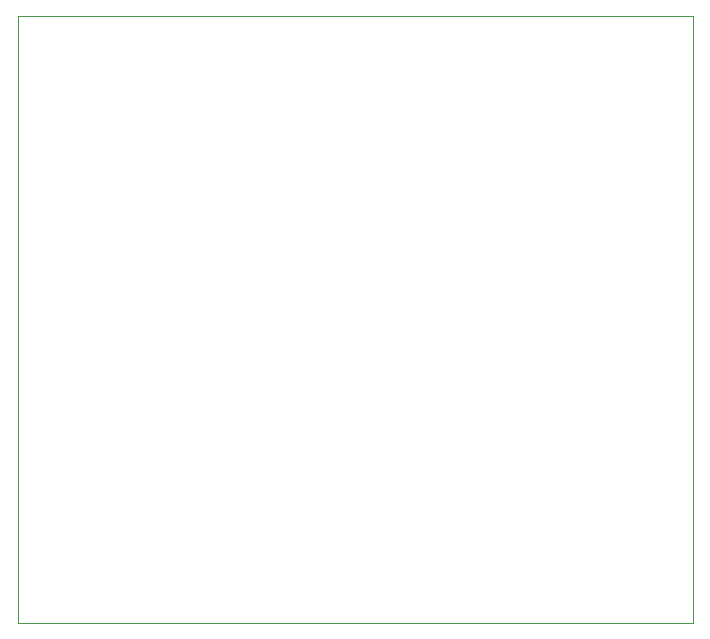
<source format=gbr>
G04 #@! TF.FileFunction,Profile,NP*
%FSLAX46Y46*%
G04 Gerber Fmt 4.6, Leading zero omitted, Abs format (unit mm)*
G04 Created by KiCad (PCBNEW 4.0.7-e0-6372~58~ubuntu16.04.1) date Wed Aug 16 12:04:21 2017*
%MOMM*%
%LPD*%
G01*
G04 APERTURE LIST*
%ADD10C,0.100000*%
G04 APERTURE END LIST*
D10*
X132080000Y-97155000D02*
X132080000Y-45720000D01*
X189230000Y-97155000D02*
X132080000Y-97155000D01*
X189230000Y-45720000D02*
X189230000Y-97155000D01*
X132080000Y-45720000D02*
X189230000Y-45720000D01*
M02*

</source>
